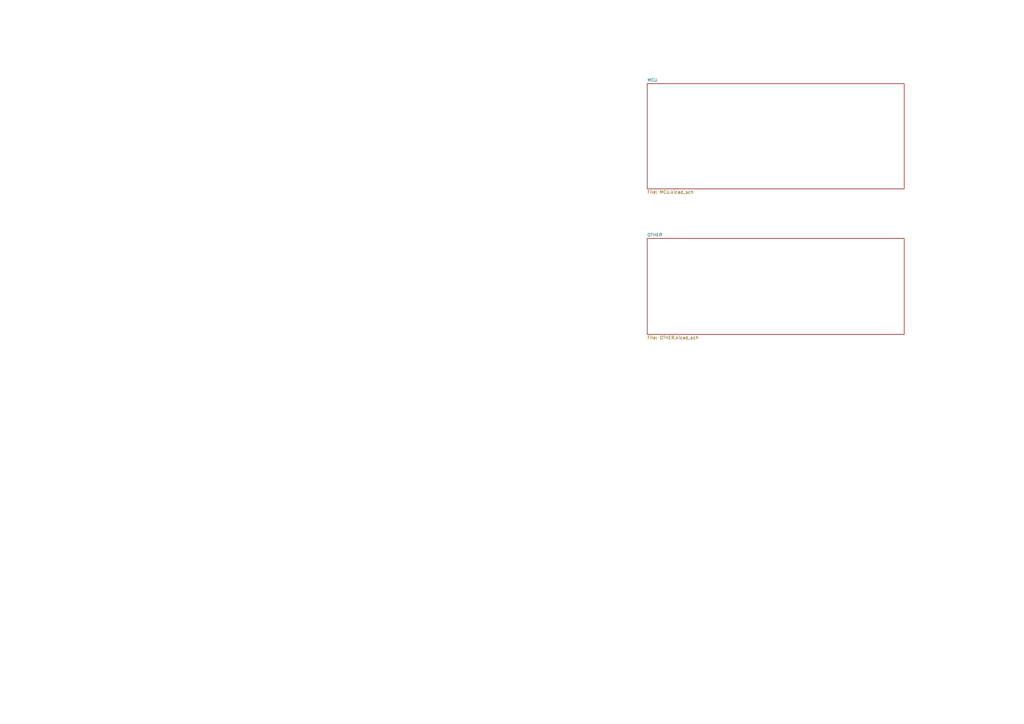
<source format=kicad_sch>
(kicad_sch
	(version 20231120)
	(generator "eeschema")
	(generator_version "8.0")
	(uuid "28725f22-903e-41d8-a857-bc40f1f4f4a8")
	(paper "A3")
	(title_block
		(title "numpad")
		(date "2024-12-23")
		(rev "V1")
	)
	(lib_symbols)
	(sheet
		(at 265.43 97.79)
		(size 105.41 39.37)
		(fields_autoplaced yes)
		(stroke
			(width 0.1524)
			(type solid)
		)
		(fill
			(color 0 0 0 0.0000)
		)
		(uuid "17d24c83-f1ed-4d53-8314-61c66f0ca4aa")
		(property "Sheetname" "OTHER"
			(at 265.43 97.0784 0)
			(effects
				(font
					(size 1.27 1.27)
				)
				(justify left bottom)
			)
		)
		(property "Sheetfile" "OTHER.kicad_sch"
			(at 265.43 137.7446 0)
			(effects
				(font
					(size 1.27 1.27)
				)
				(justify left top)
			)
		)
		(instances
			(project "numpad"
				(path "/28725f22-903e-41d8-a857-bc40f1f4f4a8"
					(page "3")
				)
			)
		)
	)
	(sheet
		(at 265.43 34.29)
		(size 105.41 43.18)
		(fields_autoplaced yes)
		(stroke
			(width 0.1524)
			(type solid)
		)
		(fill
			(color 0 0 0 0.0000)
		)
		(uuid "b073aaf1-42c1-479f-b938-8df896187a38")
		(property "Sheetname" "MCU"
			(at 265.43 33.5784 0)
			(effects
				(font
					(size 1.27 1.27)
				)
				(justify left bottom)
			)
		)
		(property "Sheetfile" "MCU.kicad_sch"
			(at 265.43 78.0546 0)
			(effects
				(font
					(size 1.27 1.27)
				)
				(justify left top)
			)
		)
		(instances
			(project "numpad"
				(path "/28725f22-903e-41d8-a857-bc40f1f4f4a8"
					(page "2")
				)
			)
		)
	)
	(sheet_instances
		(path "/"
			(page "1")
		)
	)
)

</source>
